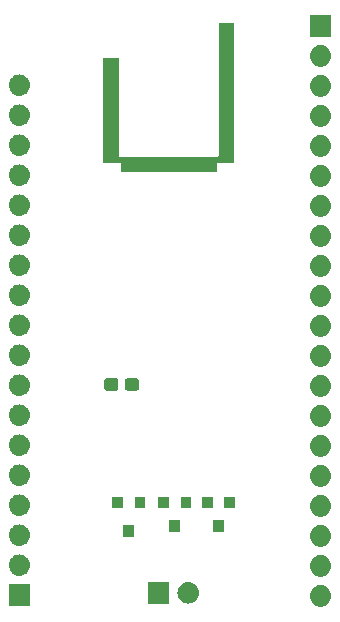
<source format=gbr>
G04 #@! TF.GenerationSoftware,KiCad,Pcbnew,(5.1.0)-1*
G04 #@! TF.CreationDate,2019-05-02T11:49:30+02:00*
G04 #@! TF.ProjectId,expansion,65787061-6e73-4696-9f6e-2e6b69636164,rev?*
G04 #@! TF.SameCoordinates,Original*
G04 #@! TF.FileFunction,Soldermask,Top*
G04 #@! TF.FilePolarity,Negative*
%FSLAX46Y46*%
G04 Gerber Fmt 4.6, Leading zero omitted, Abs format (unit mm)*
G04 Created by KiCad (PCBNEW (5.1.0)-1) date 2019-05-02 11:49:30*
%MOMM*%
%LPD*%
G04 APERTURE LIST*
%ADD10C,0.100000*%
G04 APERTURE END LIST*
D10*
G36*
X151860443Y-103115519D02*
G01*
X151926627Y-103122037D01*
X152096466Y-103173557D01*
X152252991Y-103257222D01*
X152288729Y-103286552D01*
X152390186Y-103369814D01*
X152473448Y-103471271D01*
X152502778Y-103507009D01*
X152586443Y-103663534D01*
X152637963Y-103833373D01*
X152655359Y-104010000D01*
X152637963Y-104186627D01*
X152586443Y-104356466D01*
X152502778Y-104512991D01*
X152473448Y-104548729D01*
X152390186Y-104650186D01*
X152288729Y-104733448D01*
X152252991Y-104762778D01*
X152096466Y-104846443D01*
X151926627Y-104897963D01*
X151860442Y-104904482D01*
X151794260Y-104911000D01*
X151705740Y-104911000D01*
X151639558Y-104904482D01*
X151573373Y-104897963D01*
X151403534Y-104846443D01*
X151247009Y-104762778D01*
X151211271Y-104733448D01*
X151109814Y-104650186D01*
X151026552Y-104548729D01*
X150997222Y-104512991D01*
X150913557Y-104356466D01*
X150862037Y-104186627D01*
X150844641Y-104010000D01*
X150862037Y-103833373D01*
X150913557Y-103663534D01*
X150997222Y-103507009D01*
X151026552Y-103471271D01*
X151109814Y-103369814D01*
X151211271Y-103286552D01*
X151247009Y-103257222D01*
X151403534Y-103173557D01*
X151573373Y-103122037D01*
X151639557Y-103115519D01*
X151705740Y-103109000D01*
X151794260Y-103109000D01*
X151860443Y-103115519D01*
X151860443Y-103115519D01*
G37*
G36*
X127151000Y-104841000D02*
G01*
X125349000Y-104841000D01*
X125349000Y-103039000D01*
X127151000Y-103039000D01*
X127151000Y-104841000D01*
X127151000Y-104841000D01*
G37*
G36*
X140650443Y-102855519D02*
G01*
X140716627Y-102862037D01*
X140886466Y-102913557D01*
X141042991Y-102997222D01*
X141078729Y-103026552D01*
X141180186Y-103109814D01*
X141263448Y-103211271D01*
X141292778Y-103247009D01*
X141376443Y-103403534D01*
X141427963Y-103573373D01*
X141445359Y-103750000D01*
X141427963Y-103926627D01*
X141376443Y-104096466D01*
X141292778Y-104252991D01*
X141263448Y-104288729D01*
X141180186Y-104390186D01*
X141078729Y-104473448D01*
X141042991Y-104502778D01*
X140886466Y-104586443D01*
X140716627Y-104637963D01*
X140650442Y-104644482D01*
X140584260Y-104651000D01*
X140495740Y-104651000D01*
X140429557Y-104644481D01*
X140363373Y-104637963D01*
X140193534Y-104586443D01*
X140037009Y-104502778D01*
X140001271Y-104473448D01*
X139899814Y-104390186D01*
X139816552Y-104288729D01*
X139787222Y-104252991D01*
X139703557Y-104096466D01*
X139652037Y-103926627D01*
X139634641Y-103750000D01*
X139652037Y-103573373D01*
X139703557Y-103403534D01*
X139787222Y-103247009D01*
X139816552Y-103211271D01*
X139899814Y-103109814D01*
X140001271Y-103026552D01*
X140037009Y-102997222D01*
X140193534Y-102913557D01*
X140363373Y-102862037D01*
X140429557Y-102855519D01*
X140495740Y-102849000D01*
X140584260Y-102849000D01*
X140650443Y-102855519D01*
X140650443Y-102855519D01*
G37*
G36*
X138901000Y-104651000D02*
G01*
X137099000Y-104651000D01*
X137099000Y-102849000D01*
X138901000Y-102849000D01*
X138901000Y-104651000D01*
X138901000Y-104651000D01*
G37*
G36*
X151860442Y-100575518D02*
G01*
X151926627Y-100582037D01*
X152096466Y-100633557D01*
X152252991Y-100717222D01*
X152288729Y-100746552D01*
X152390186Y-100829814D01*
X152445332Y-100897011D01*
X152502778Y-100967009D01*
X152586443Y-101123534D01*
X152637963Y-101293373D01*
X152655359Y-101470000D01*
X152637963Y-101646627D01*
X152586443Y-101816466D01*
X152502778Y-101972991D01*
X152473448Y-102008729D01*
X152390186Y-102110186D01*
X152288729Y-102193448D01*
X152252991Y-102222778D01*
X152096466Y-102306443D01*
X151926627Y-102357963D01*
X151860443Y-102364481D01*
X151794260Y-102371000D01*
X151705740Y-102371000D01*
X151639557Y-102364481D01*
X151573373Y-102357963D01*
X151403534Y-102306443D01*
X151247009Y-102222778D01*
X151211271Y-102193448D01*
X151109814Y-102110186D01*
X151026552Y-102008729D01*
X150997222Y-101972991D01*
X150913557Y-101816466D01*
X150862037Y-101646627D01*
X150844641Y-101470000D01*
X150862037Y-101293373D01*
X150913557Y-101123534D01*
X150997222Y-100967009D01*
X151054668Y-100897011D01*
X151109814Y-100829814D01*
X151211271Y-100746552D01*
X151247009Y-100717222D01*
X151403534Y-100633557D01*
X151573373Y-100582037D01*
X151639558Y-100575518D01*
X151705740Y-100569000D01*
X151794260Y-100569000D01*
X151860442Y-100575518D01*
X151860442Y-100575518D01*
G37*
G36*
X126360443Y-100505519D02*
G01*
X126426627Y-100512037D01*
X126596466Y-100563557D01*
X126752991Y-100647222D01*
X126788729Y-100676552D01*
X126890186Y-100759814D01*
X126947633Y-100829815D01*
X127002778Y-100897009D01*
X127086443Y-101053534D01*
X127137963Y-101223373D01*
X127155359Y-101400000D01*
X127137963Y-101576627D01*
X127086443Y-101746466D01*
X127002778Y-101902991D01*
X126973448Y-101938729D01*
X126890186Y-102040186D01*
X126804889Y-102110186D01*
X126752991Y-102152778D01*
X126596466Y-102236443D01*
X126426627Y-102287963D01*
X126360442Y-102294482D01*
X126294260Y-102301000D01*
X126205740Y-102301000D01*
X126139558Y-102294482D01*
X126073373Y-102287963D01*
X125903534Y-102236443D01*
X125747009Y-102152778D01*
X125695111Y-102110186D01*
X125609814Y-102040186D01*
X125526552Y-101938729D01*
X125497222Y-101902991D01*
X125413557Y-101746466D01*
X125362037Y-101576627D01*
X125344641Y-101400000D01*
X125362037Y-101223373D01*
X125413557Y-101053534D01*
X125497222Y-100897009D01*
X125552367Y-100829815D01*
X125609814Y-100759814D01*
X125711271Y-100676552D01*
X125747009Y-100647222D01*
X125903534Y-100563557D01*
X126073373Y-100512037D01*
X126139557Y-100505519D01*
X126205740Y-100499000D01*
X126294260Y-100499000D01*
X126360443Y-100505519D01*
X126360443Y-100505519D01*
G37*
G36*
X151860442Y-98035518D02*
G01*
X151926627Y-98042037D01*
X152096466Y-98093557D01*
X152252991Y-98177222D01*
X152288729Y-98206552D01*
X152390186Y-98289814D01*
X152445332Y-98357011D01*
X152502778Y-98427009D01*
X152586443Y-98583534D01*
X152637963Y-98753373D01*
X152655359Y-98930000D01*
X152637963Y-99106627D01*
X152586443Y-99276466D01*
X152502778Y-99432991D01*
X152473448Y-99468729D01*
X152390186Y-99570186D01*
X152288729Y-99653448D01*
X152252991Y-99682778D01*
X152096466Y-99766443D01*
X151926627Y-99817963D01*
X151860443Y-99824481D01*
X151794260Y-99831000D01*
X151705740Y-99831000D01*
X151639558Y-99824482D01*
X151573373Y-99817963D01*
X151403534Y-99766443D01*
X151247009Y-99682778D01*
X151211271Y-99653448D01*
X151109814Y-99570186D01*
X151026552Y-99468729D01*
X150997222Y-99432991D01*
X150913557Y-99276466D01*
X150862037Y-99106627D01*
X150844641Y-98930000D01*
X150862037Y-98753373D01*
X150913557Y-98583534D01*
X150997222Y-98427009D01*
X151054668Y-98357011D01*
X151109814Y-98289814D01*
X151211271Y-98206552D01*
X151247009Y-98177222D01*
X151403534Y-98093557D01*
X151573373Y-98042037D01*
X151639558Y-98035518D01*
X151705740Y-98029000D01*
X151794260Y-98029000D01*
X151860442Y-98035518D01*
X151860442Y-98035518D01*
G37*
G36*
X126360443Y-97965519D02*
G01*
X126426627Y-97972037D01*
X126596466Y-98023557D01*
X126752991Y-98107222D01*
X126788729Y-98136552D01*
X126890186Y-98219814D01*
X126947633Y-98289815D01*
X127002778Y-98357009D01*
X127086443Y-98513534D01*
X127137963Y-98683373D01*
X127155359Y-98860000D01*
X127137963Y-99036627D01*
X127086443Y-99206466D01*
X127002778Y-99362991D01*
X126973448Y-99398729D01*
X126890186Y-99500186D01*
X126804889Y-99570186D01*
X126752991Y-99612778D01*
X126596466Y-99696443D01*
X126426627Y-99747963D01*
X126360443Y-99754481D01*
X126294260Y-99761000D01*
X126205740Y-99761000D01*
X126139558Y-99754482D01*
X126073373Y-99747963D01*
X125903534Y-99696443D01*
X125747009Y-99612778D01*
X125695111Y-99570186D01*
X125609814Y-99500186D01*
X125526552Y-99398729D01*
X125497222Y-99362991D01*
X125413557Y-99206466D01*
X125362037Y-99036627D01*
X125344641Y-98860000D01*
X125362037Y-98683373D01*
X125413557Y-98513534D01*
X125497222Y-98357009D01*
X125552367Y-98289815D01*
X125609814Y-98219814D01*
X125711271Y-98136552D01*
X125747009Y-98107222D01*
X125903534Y-98023557D01*
X126073373Y-97972037D01*
X126139557Y-97965519D01*
X126205740Y-97959000D01*
X126294260Y-97959000D01*
X126360443Y-97965519D01*
X126360443Y-97965519D01*
G37*
G36*
X135951000Y-99001000D02*
G01*
X135049000Y-99001000D01*
X135049000Y-97999000D01*
X135951000Y-97999000D01*
X135951000Y-99001000D01*
X135951000Y-99001000D01*
G37*
G36*
X139851000Y-98601000D02*
G01*
X138949000Y-98601000D01*
X138949000Y-97599000D01*
X139851000Y-97599000D01*
X139851000Y-98601000D01*
X139851000Y-98601000D01*
G37*
G36*
X143551000Y-98601000D02*
G01*
X142649000Y-98601000D01*
X142649000Y-97599000D01*
X143551000Y-97599000D01*
X143551000Y-98601000D01*
X143551000Y-98601000D01*
G37*
G36*
X151860443Y-95495519D02*
G01*
X151926627Y-95502037D01*
X152096466Y-95553557D01*
X152252991Y-95637222D01*
X152288729Y-95666552D01*
X152390186Y-95749814D01*
X152445332Y-95817011D01*
X152502778Y-95887009D01*
X152586443Y-96043534D01*
X152637963Y-96213373D01*
X152655359Y-96390000D01*
X152637963Y-96566627D01*
X152586443Y-96736466D01*
X152502778Y-96892991D01*
X152473448Y-96928729D01*
X152390186Y-97030186D01*
X152288729Y-97113448D01*
X152252991Y-97142778D01*
X152096466Y-97226443D01*
X151926627Y-97277963D01*
X151860443Y-97284481D01*
X151794260Y-97291000D01*
X151705740Y-97291000D01*
X151639558Y-97284482D01*
X151573373Y-97277963D01*
X151403534Y-97226443D01*
X151247009Y-97142778D01*
X151211271Y-97113448D01*
X151109814Y-97030186D01*
X151026552Y-96928729D01*
X150997222Y-96892991D01*
X150913557Y-96736466D01*
X150862037Y-96566627D01*
X150844641Y-96390000D01*
X150862037Y-96213373D01*
X150913557Y-96043534D01*
X150997222Y-95887009D01*
X151054668Y-95817011D01*
X151109814Y-95749814D01*
X151211271Y-95666552D01*
X151247009Y-95637222D01*
X151403534Y-95553557D01*
X151573373Y-95502037D01*
X151639558Y-95495518D01*
X151705740Y-95489000D01*
X151794260Y-95489000D01*
X151860443Y-95495519D01*
X151860443Y-95495519D01*
G37*
G36*
X126360442Y-95425518D02*
G01*
X126426627Y-95432037D01*
X126596466Y-95483557D01*
X126752991Y-95567222D01*
X126788729Y-95596552D01*
X126890186Y-95679814D01*
X126947633Y-95749815D01*
X127002778Y-95817009D01*
X127086443Y-95973534D01*
X127137963Y-96143373D01*
X127155359Y-96320000D01*
X127137963Y-96496627D01*
X127086443Y-96666466D01*
X127002778Y-96822991D01*
X126973448Y-96858729D01*
X126890186Y-96960186D01*
X126804889Y-97030186D01*
X126752991Y-97072778D01*
X126596466Y-97156443D01*
X126426627Y-97207963D01*
X126360443Y-97214481D01*
X126294260Y-97221000D01*
X126205740Y-97221000D01*
X126139557Y-97214481D01*
X126073373Y-97207963D01*
X125903534Y-97156443D01*
X125747009Y-97072778D01*
X125695111Y-97030186D01*
X125609814Y-96960186D01*
X125526552Y-96858729D01*
X125497222Y-96822991D01*
X125413557Y-96666466D01*
X125362037Y-96496627D01*
X125344641Y-96320000D01*
X125362037Y-96143373D01*
X125413557Y-95973534D01*
X125497222Y-95817009D01*
X125552367Y-95749815D01*
X125609814Y-95679814D01*
X125711271Y-95596552D01*
X125747009Y-95567222D01*
X125903534Y-95483557D01*
X126073373Y-95432037D01*
X126139558Y-95425518D01*
X126205740Y-95419000D01*
X126294260Y-95419000D01*
X126360442Y-95425518D01*
X126360442Y-95425518D01*
G37*
G36*
X135001000Y-96601000D02*
G01*
X134099000Y-96601000D01*
X134099000Y-95599000D01*
X135001000Y-95599000D01*
X135001000Y-96601000D01*
X135001000Y-96601000D01*
G37*
G36*
X136901000Y-96601000D02*
G01*
X135999000Y-96601000D01*
X135999000Y-95599000D01*
X136901000Y-95599000D01*
X136901000Y-96601000D01*
X136901000Y-96601000D01*
G37*
G36*
X138901000Y-96601000D02*
G01*
X137999000Y-96601000D01*
X137999000Y-95599000D01*
X138901000Y-95599000D01*
X138901000Y-96601000D01*
X138901000Y-96601000D01*
G37*
G36*
X140801000Y-96601000D02*
G01*
X139899000Y-96601000D01*
X139899000Y-95599000D01*
X140801000Y-95599000D01*
X140801000Y-96601000D01*
X140801000Y-96601000D01*
G37*
G36*
X142601000Y-96601000D02*
G01*
X141699000Y-96601000D01*
X141699000Y-95599000D01*
X142601000Y-95599000D01*
X142601000Y-96601000D01*
X142601000Y-96601000D01*
G37*
G36*
X144501000Y-96601000D02*
G01*
X143599000Y-96601000D01*
X143599000Y-95599000D01*
X144501000Y-95599000D01*
X144501000Y-96601000D01*
X144501000Y-96601000D01*
G37*
G36*
X151860442Y-92955518D02*
G01*
X151926627Y-92962037D01*
X152096466Y-93013557D01*
X152252991Y-93097222D01*
X152288729Y-93126552D01*
X152390186Y-93209814D01*
X152445332Y-93277011D01*
X152502778Y-93347009D01*
X152586443Y-93503534D01*
X152637963Y-93673373D01*
X152655359Y-93850000D01*
X152637963Y-94026627D01*
X152586443Y-94196466D01*
X152502778Y-94352991D01*
X152473448Y-94388729D01*
X152390186Y-94490186D01*
X152288729Y-94573448D01*
X152252991Y-94602778D01*
X152096466Y-94686443D01*
X151926627Y-94737963D01*
X151860442Y-94744482D01*
X151794260Y-94751000D01*
X151705740Y-94751000D01*
X151639557Y-94744481D01*
X151573373Y-94737963D01*
X151403534Y-94686443D01*
X151247009Y-94602778D01*
X151211271Y-94573448D01*
X151109814Y-94490186D01*
X151026552Y-94388729D01*
X150997222Y-94352991D01*
X150913557Y-94196466D01*
X150862037Y-94026627D01*
X150844641Y-93850000D01*
X150862037Y-93673373D01*
X150913557Y-93503534D01*
X150997222Y-93347009D01*
X151054668Y-93277011D01*
X151109814Y-93209814D01*
X151211271Y-93126552D01*
X151247009Y-93097222D01*
X151403534Y-93013557D01*
X151573373Y-92962037D01*
X151639558Y-92955518D01*
X151705740Y-92949000D01*
X151794260Y-92949000D01*
X151860442Y-92955518D01*
X151860442Y-92955518D01*
G37*
G36*
X126360443Y-92885519D02*
G01*
X126426627Y-92892037D01*
X126596466Y-92943557D01*
X126752991Y-93027222D01*
X126788729Y-93056552D01*
X126890186Y-93139814D01*
X126947633Y-93209815D01*
X127002778Y-93277009D01*
X127086443Y-93433534D01*
X127137963Y-93603373D01*
X127155359Y-93780000D01*
X127137963Y-93956627D01*
X127086443Y-94126466D01*
X127002778Y-94282991D01*
X126973448Y-94318729D01*
X126890186Y-94420186D01*
X126804889Y-94490186D01*
X126752991Y-94532778D01*
X126596466Y-94616443D01*
X126426627Y-94667963D01*
X126360443Y-94674481D01*
X126294260Y-94681000D01*
X126205740Y-94681000D01*
X126139557Y-94674481D01*
X126073373Y-94667963D01*
X125903534Y-94616443D01*
X125747009Y-94532778D01*
X125695111Y-94490186D01*
X125609814Y-94420186D01*
X125526552Y-94318729D01*
X125497222Y-94282991D01*
X125413557Y-94126466D01*
X125362037Y-93956627D01*
X125344641Y-93780000D01*
X125362037Y-93603373D01*
X125413557Y-93433534D01*
X125497222Y-93277009D01*
X125552367Y-93209815D01*
X125609814Y-93139814D01*
X125711271Y-93056552D01*
X125747009Y-93027222D01*
X125903534Y-92943557D01*
X126073373Y-92892037D01*
X126139557Y-92885519D01*
X126205740Y-92879000D01*
X126294260Y-92879000D01*
X126360443Y-92885519D01*
X126360443Y-92885519D01*
G37*
G36*
X151860442Y-90415518D02*
G01*
X151926627Y-90422037D01*
X152096466Y-90473557D01*
X152252991Y-90557222D01*
X152288729Y-90586552D01*
X152390186Y-90669814D01*
X152445332Y-90737011D01*
X152502778Y-90807009D01*
X152586443Y-90963534D01*
X152637963Y-91133373D01*
X152655359Y-91310000D01*
X152637963Y-91486627D01*
X152586443Y-91656466D01*
X152502778Y-91812991D01*
X152473448Y-91848729D01*
X152390186Y-91950186D01*
X152288729Y-92033448D01*
X152252991Y-92062778D01*
X152096466Y-92146443D01*
X151926627Y-92197963D01*
X151860443Y-92204481D01*
X151794260Y-92211000D01*
X151705740Y-92211000D01*
X151639558Y-92204482D01*
X151573373Y-92197963D01*
X151403534Y-92146443D01*
X151247009Y-92062778D01*
X151211271Y-92033448D01*
X151109814Y-91950186D01*
X151026552Y-91848729D01*
X150997222Y-91812991D01*
X150913557Y-91656466D01*
X150862037Y-91486627D01*
X150844641Y-91310000D01*
X150862037Y-91133373D01*
X150913557Y-90963534D01*
X150997222Y-90807009D01*
X151054668Y-90737011D01*
X151109814Y-90669814D01*
X151211271Y-90586552D01*
X151247009Y-90557222D01*
X151403534Y-90473557D01*
X151573373Y-90422037D01*
X151639558Y-90415518D01*
X151705740Y-90409000D01*
X151794260Y-90409000D01*
X151860442Y-90415518D01*
X151860442Y-90415518D01*
G37*
G36*
X126360443Y-90345519D02*
G01*
X126426627Y-90352037D01*
X126596466Y-90403557D01*
X126752991Y-90487222D01*
X126788729Y-90516552D01*
X126890186Y-90599814D01*
X126947633Y-90669815D01*
X127002778Y-90737009D01*
X127086443Y-90893534D01*
X127137963Y-91063373D01*
X127155359Y-91240000D01*
X127137963Y-91416627D01*
X127086443Y-91586466D01*
X127002778Y-91742991D01*
X126973448Y-91778729D01*
X126890186Y-91880186D01*
X126804889Y-91950186D01*
X126752991Y-91992778D01*
X126596466Y-92076443D01*
X126426627Y-92127963D01*
X126360442Y-92134482D01*
X126294260Y-92141000D01*
X126205740Y-92141000D01*
X126139558Y-92134482D01*
X126073373Y-92127963D01*
X125903534Y-92076443D01*
X125747009Y-91992778D01*
X125695111Y-91950186D01*
X125609814Y-91880186D01*
X125526552Y-91778729D01*
X125497222Y-91742991D01*
X125413557Y-91586466D01*
X125362037Y-91416627D01*
X125344641Y-91240000D01*
X125362037Y-91063373D01*
X125413557Y-90893534D01*
X125497222Y-90737009D01*
X125552367Y-90669815D01*
X125609814Y-90599814D01*
X125711271Y-90516552D01*
X125747009Y-90487222D01*
X125903534Y-90403557D01*
X126073373Y-90352037D01*
X126139557Y-90345519D01*
X126205740Y-90339000D01*
X126294260Y-90339000D01*
X126360443Y-90345519D01*
X126360443Y-90345519D01*
G37*
G36*
X151860442Y-87875518D02*
G01*
X151926627Y-87882037D01*
X152096466Y-87933557D01*
X152252991Y-88017222D01*
X152288729Y-88046552D01*
X152390186Y-88129814D01*
X152445332Y-88197011D01*
X152502778Y-88267009D01*
X152586443Y-88423534D01*
X152637963Y-88593373D01*
X152655359Y-88770000D01*
X152637963Y-88946627D01*
X152586443Y-89116466D01*
X152502778Y-89272991D01*
X152473448Y-89308729D01*
X152390186Y-89410186D01*
X152288729Y-89493448D01*
X152252991Y-89522778D01*
X152096466Y-89606443D01*
X151926627Y-89657963D01*
X151860442Y-89664482D01*
X151794260Y-89671000D01*
X151705740Y-89671000D01*
X151639558Y-89664482D01*
X151573373Y-89657963D01*
X151403534Y-89606443D01*
X151247009Y-89522778D01*
X151211271Y-89493448D01*
X151109814Y-89410186D01*
X151026552Y-89308729D01*
X150997222Y-89272991D01*
X150913557Y-89116466D01*
X150862037Y-88946627D01*
X150844641Y-88770000D01*
X150862037Y-88593373D01*
X150913557Y-88423534D01*
X150997222Y-88267009D01*
X151054668Y-88197011D01*
X151109814Y-88129814D01*
X151211271Y-88046552D01*
X151247009Y-88017222D01*
X151403534Y-87933557D01*
X151573373Y-87882037D01*
X151639558Y-87875518D01*
X151705740Y-87869000D01*
X151794260Y-87869000D01*
X151860442Y-87875518D01*
X151860442Y-87875518D01*
G37*
G36*
X126360443Y-87805519D02*
G01*
X126426627Y-87812037D01*
X126596466Y-87863557D01*
X126752991Y-87947222D01*
X126788729Y-87976552D01*
X126890186Y-88059814D01*
X126947633Y-88129815D01*
X127002778Y-88197009D01*
X127086443Y-88353534D01*
X127137963Y-88523373D01*
X127155359Y-88700000D01*
X127137963Y-88876627D01*
X127086443Y-89046466D01*
X127002778Y-89202991D01*
X126973448Y-89238729D01*
X126890186Y-89340186D01*
X126804889Y-89410186D01*
X126752991Y-89452778D01*
X126596466Y-89536443D01*
X126426627Y-89587963D01*
X126360443Y-89594481D01*
X126294260Y-89601000D01*
X126205740Y-89601000D01*
X126139557Y-89594481D01*
X126073373Y-89587963D01*
X125903534Y-89536443D01*
X125747009Y-89452778D01*
X125695111Y-89410186D01*
X125609814Y-89340186D01*
X125526552Y-89238729D01*
X125497222Y-89202991D01*
X125413557Y-89046466D01*
X125362037Y-88876627D01*
X125344641Y-88700000D01*
X125362037Y-88523373D01*
X125413557Y-88353534D01*
X125497222Y-88197009D01*
X125552367Y-88129815D01*
X125609814Y-88059814D01*
X125711271Y-87976552D01*
X125747009Y-87947222D01*
X125903534Y-87863557D01*
X126073373Y-87812037D01*
X126139557Y-87805519D01*
X126205740Y-87799000D01*
X126294260Y-87799000D01*
X126360443Y-87805519D01*
X126360443Y-87805519D01*
G37*
G36*
X151860443Y-85335519D02*
G01*
X151926627Y-85342037D01*
X152096466Y-85393557D01*
X152252991Y-85477222D01*
X152288729Y-85506552D01*
X152390186Y-85589814D01*
X152445332Y-85657011D01*
X152502778Y-85727009D01*
X152586443Y-85883534D01*
X152637963Y-86053373D01*
X152655359Y-86230000D01*
X152637963Y-86406627D01*
X152586443Y-86576466D01*
X152502778Y-86732991D01*
X152473448Y-86768729D01*
X152390186Y-86870186D01*
X152288729Y-86953448D01*
X152252991Y-86982778D01*
X152096466Y-87066443D01*
X151926627Y-87117963D01*
X151860443Y-87124481D01*
X151794260Y-87131000D01*
X151705740Y-87131000D01*
X151639557Y-87124481D01*
X151573373Y-87117963D01*
X151403534Y-87066443D01*
X151247009Y-86982778D01*
X151211271Y-86953448D01*
X151109814Y-86870186D01*
X151026552Y-86768729D01*
X150997222Y-86732991D01*
X150913557Y-86576466D01*
X150862037Y-86406627D01*
X150844641Y-86230000D01*
X150862037Y-86053373D01*
X150913557Y-85883534D01*
X150997222Y-85727009D01*
X151054668Y-85657011D01*
X151109814Y-85589814D01*
X151211271Y-85506552D01*
X151247009Y-85477222D01*
X151403534Y-85393557D01*
X151573373Y-85342037D01*
X151639557Y-85335519D01*
X151705740Y-85329000D01*
X151794260Y-85329000D01*
X151860443Y-85335519D01*
X151860443Y-85335519D01*
G37*
G36*
X126360442Y-85265518D02*
G01*
X126426627Y-85272037D01*
X126596466Y-85323557D01*
X126752991Y-85407222D01*
X126788729Y-85436552D01*
X126890186Y-85519814D01*
X126951084Y-85594020D01*
X127002778Y-85657009D01*
X127002779Y-85657011D01*
X127071561Y-85785691D01*
X127086443Y-85813534D01*
X127137963Y-85983373D01*
X127155359Y-86160000D01*
X127137963Y-86336627D01*
X127087799Y-86501995D01*
X127086442Y-86506468D01*
X127054168Y-86566847D01*
X127002778Y-86662991D01*
X126973448Y-86698729D01*
X126890186Y-86800186D01*
X126804889Y-86870186D01*
X126752991Y-86912778D01*
X126596466Y-86996443D01*
X126426627Y-87047963D01*
X126360443Y-87054481D01*
X126294260Y-87061000D01*
X126205740Y-87061000D01*
X126139557Y-87054481D01*
X126073373Y-87047963D01*
X125903534Y-86996443D01*
X125747009Y-86912778D01*
X125695111Y-86870186D01*
X125609814Y-86800186D01*
X125526552Y-86698729D01*
X125497222Y-86662991D01*
X125445832Y-86566847D01*
X125413558Y-86506468D01*
X125412201Y-86501995D01*
X125362037Y-86336627D01*
X125344641Y-86160000D01*
X125362037Y-85983373D01*
X125413557Y-85813534D01*
X125428440Y-85785691D01*
X125497221Y-85657011D01*
X125497222Y-85657009D01*
X125548916Y-85594020D01*
X125609814Y-85519814D01*
X125711271Y-85436552D01*
X125747009Y-85407222D01*
X125903534Y-85323557D01*
X126073373Y-85272037D01*
X126139558Y-85265518D01*
X126205740Y-85259000D01*
X126294260Y-85259000D01*
X126360442Y-85265518D01*
X126360442Y-85265518D01*
G37*
G36*
X134439499Y-85578445D02*
G01*
X134476995Y-85589820D01*
X134511554Y-85608292D01*
X134541847Y-85633153D01*
X134566708Y-85663446D01*
X134585180Y-85698005D01*
X134596555Y-85735501D01*
X134601000Y-85780638D01*
X134601000Y-86419362D01*
X134596555Y-86464499D01*
X134585180Y-86501995D01*
X134566708Y-86536554D01*
X134541847Y-86566847D01*
X134511554Y-86591708D01*
X134476995Y-86610180D01*
X134439499Y-86621555D01*
X134394362Y-86626000D01*
X133655638Y-86626000D01*
X133610501Y-86621555D01*
X133573005Y-86610180D01*
X133538446Y-86591708D01*
X133508153Y-86566847D01*
X133483292Y-86536554D01*
X133464820Y-86501995D01*
X133453445Y-86464499D01*
X133449000Y-86419362D01*
X133449000Y-85780638D01*
X133453445Y-85735501D01*
X133464820Y-85698005D01*
X133483292Y-85663446D01*
X133508153Y-85633153D01*
X133538446Y-85608292D01*
X133573005Y-85589820D01*
X133610501Y-85578445D01*
X133655638Y-85574000D01*
X134394362Y-85574000D01*
X134439499Y-85578445D01*
X134439499Y-85578445D01*
G37*
G36*
X136189499Y-85578445D02*
G01*
X136226995Y-85589820D01*
X136261554Y-85608292D01*
X136291847Y-85633153D01*
X136316708Y-85663446D01*
X136335180Y-85698005D01*
X136346555Y-85735501D01*
X136351000Y-85780638D01*
X136351000Y-86419362D01*
X136346555Y-86464499D01*
X136335180Y-86501995D01*
X136316708Y-86536554D01*
X136291847Y-86566847D01*
X136261554Y-86591708D01*
X136226995Y-86610180D01*
X136189499Y-86621555D01*
X136144362Y-86626000D01*
X135405638Y-86626000D01*
X135360501Y-86621555D01*
X135323005Y-86610180D01*
X135288446Y-86591708D01*
X135258153Y-86566847D01*
X135233292Y-86536554D01*
X135214820Y-86501995D01*
X135203445Y-86464499D01*
X135199000Y-86419362D01*
X135199000Y-85780638D01*
X135203445Y-85735501D01*
X135214820Y-85698005D01*
X135233292Y-85663446D01*
X135258153Y-85633153D01*
X135288446Y-85608292D01*
X135323005Y-85589820D01*
X135360501Y-85578445D01*
X135405638Y-85574000D01*
X136144362Y-85574000D01*
X136189499Y-85578445D01*
X136189499Y-85578445D01*
G37*
G36*
X151860442Y-82795518D02*
G01*
X151926627Y-82802037D01*
X152096466Y-82853557D01*
X152252991Y-82937222D01*
X152288729Y-82966552D01*
X152390186Y-83049814D01*
X152445332Y-83117011D01*
X152502778Y-83187009D01*
X152586443Y-83343534D01*
X152637963Y-83513373D01*
X152655359Y-83690000D01*
X152637963Y-83866627D01*
X152586443Y-84036466D01*
X152502778Y-84192991D01*
X152473448Y-84228729D01*
X152390186Y-84330186D01*
X152288729Y-84413448D01*
X152252991Y-84442778D01*
X152096466Y-84526443D01*
X151926627Y-84577963D01*
X151860443Y-84584481D01*
X151794260Y-84591000D01*
X151705740Y-84591000D01*
X151639557Y-84584481D01*
X151573373Y-84577963D01*
X151403534Y-84526443D01*
X151247009Y-84442778D01*
X151211271Y-84413448D01*
X151109814Y-84330186D01*
X151026552Y-84228729D01*
X150997222Y-84192991D01*
X150913557Y-84036466D01*
X150862037Y-83866627D01*
X150844641Y-83690000D01*
X150862037Y-83513373D01*
X150913557Y-83343534D01*
X150997222Y-83187009D01*
X151054668Y-83117011D01*
X151109814Y-83049814D01*
X151211271Y-82966552D01*
X151247009Y-82937222D01*
X151403534Y-82853557D01*
X151573373Y-82802037D01*
X151639558Y-82795518D01*
X151705740Y-82789000D01*
X151794260Y-82789000D01*
X151860442Y-82795518D01*
X151860442Y-82795518D01*
G37*
G36*
X126360443Y-82725519D02*
G01*
X126426627Y-82732037D01*
X126596466Y-82783557D01*
X126752991Y-82867222D01*
X126788729Y-82896552D01*
X126890186Y-82979814D01*
X126947633Y-83049815D01*
X127002778Y-83117009D01*
X127086443Y-83273534D01*
X127137963Y-83443373D01*
X127155359Y-83620000D01*
X127137963Y-83796627D01*
X127086443Y-83966466D01*
X127002778Y-84122991D01*
X126973448Y-84158729D01*
X126890186Y-84260186D01*
X126804889Y-84330186D01*
X126752991Y-84372778D01*
X126596466Y-84456443D01*
X126426627Y-84507963D01*
X126360443Y-84514481D01*
X126294260Y-84521000D01*
X126205740Y-84521000D01*
X126139557Y-84514481D01*
X126073373Y-84507963D01*
X125903534Y-84456443D01*
X125747009Y-84372778D01*
X125695111Y-84330186D01*
X125609814Y-84260186D01*
X125526552Y-84158729D01*
X125497222Y-84122991D01*
X125413557Y-83966466D01*
X125362037Y-83796627D01*
X125344641Y-83620000D01*
X125362037Y-83443373D01*
X125413557Y-83273534D01*
X125497222Y-83117009D01*
X125552367Y-83049815D01*
X125609814Y-82979814D01*
X125711271Y-82896552D01*
X125747009Y-82867222D01*
X125903534Y-82783557D01*
X126073373Y-82732037D01*
X126139557Y-82725519D01*
X126205740Y-82719000D01*
X126294260Y-82719000D01*
X126360443Y-82725519D01*
X126360443Y-82725519D01*
G37*
G36*
X151860443Y-80255519D02*
G01*
X151926627Y-80262037D01*
X152096466Y-80313557D01*
X152252991Y-80397222D01*
X152288729Y-80426552D01*
X152390186Y-80509814D01*
X152445332Y-80577011D01*
X152502778Y-80647009D01*
X152586443Y-80803534D01*
X152637963Y-80973373D01*
X152655359Y-81150000D01*
X152637963Y-81326627D01*
X152586443Y-81496466D01*
X152502778Y-81652991D01*
X152473448Y-81688729D01*
X152390186Y-81790186D01*
X152288729Y-81873448D01*
X152252991Y-81902778D01*
X152096466Y-81986443D01*
X151926627Y-82037963D01*
X151860442Y-82044482D01*
X151794260Y-82051000D01*
X151705740Y-82051000D01*
X151639558Y-82044482D01*
X151573373Y-82037963D01*
X151403534Y-81986443D01*
X151247009Y-81902778D01*
X151211271Y-81873448D01*
X151109814Y-81790186D01*
X151026552Y-81688729D01*
X150997222Y-81652991D01*
X150913557Y-81496466D01*
X150862037Y-81326627D01*
X150844641Y-81150000D01*
X150862037Y-80973373D01*
X150913557Y-80803534D01*
X150997222Y-80647009D01*
X151054668Y-80577011D01*
X151109814Y-80509814D01*
X151211271Y-80426552D01*
X151247009Y-80397222D01*
X151403534Y-80313557D01*
X151573373Y-80262037D01*
X151639557Y-80255519D01*
X151705740Y-80249000D01*
X151794260Y-80249000D01*
X151860443Y-80255519D01*
X151860443Y-80255519D01*
G37*
G36*
X126360443Y-80185519D02*
G01*
X126426627Y-80192037D01*
X126596466Y-80243557D01*
X126752991Y-80327222D01*
X126788729Y-80356552D01*
X126890186Y-80439814D01*
X126947633Y-80509815D01*
X127002778Y-80577009D01*
X127086443Y-80733534D01*
X127137963Y-80903373D01*
X127155359Y-81080000D01*
X127137963Y-81256627D01*
X127086443Y-81426466D01*
X127002778Y-81582991D01*
X126973448Y-81618729D01*
X126890186Y-81720186D01*
X126804889Y-81790186D01*
X126752991Y-81832778D01*
X126596466Y-81916443D01*
X126426627Y-81967963D01*
X126360442Y-81974482D01*
X126294260Y-81981000D01*
X126205740Y-81981000D01*
X126139558Y-81974482D01*
X126073373Y-81967963D01*
X125903534Y-81916443D01*
X125747009Y-81832778D01*
X125695111Y-81790186D01*
X125609814Y-81720186D01*
X125526552Y-81618729D01*
X125497222Y-81582991D01*
X125413557Y-81426466D01*
X125362037Y-81256627D01*
X125344641Y-81080000D01*
X125362037Y-80903373D01*
X125413557Y-80733534D01*
X125497222Y-80577009D01*
X125552367Y-80509815D01*
X125609814Y-80439814D01*
X125711271Y-80356552D01*
X125747009Y-80327222D01*
X125903534Y-80243557D01*
X126073373Y-80192037D01*
X126139557Y-80185519D01*
X126205740Y-80179000D01*
X126294260Y-80179000D01*
X126360443Y-80185519D01*
X126360443Y-80185519D01*
G37*
G36*
X151860442Y-77715518D02*
G01*
X151926627Y-77722037D01*
X152096466Y-77773557D01*
X152252991Y-77857222D01*
X152288729Y-77886552D01*
X152390186Y-77969814D01*
X152445332Y-78037011D01*
X152502778Y-78107009D01*
X152586443Y-78263534D01*
X152637963Y-78433373D01*
X152655359Y-78610000D01*
X152637963Y-78786627D01*
X152586443Y-78956466D01*
X152502778Y-79112991D01*
X152473448Y-79148729D01*
X152390186Y-79250186D01*
X152288729Y-79333448D01*
X152252991Y-79362778D01*
X152096466Y-79446443D01*
X151926627Y-79497963D01*
X151860442Y-79504482D01*
X151794260Y-79511000D01*
X151705740Y-79511000D01*
X151639558Y-79504482D01*
X151573373Y-79497963D01*
X151403534Y-79446443D01*
X151247009Y-79362778D01*
X151211271Y-79333448D01*
X151109814Y-79250186D01*
X151026552Y-79148729D01*
X150997222Y-79112991D01*
X150913557Y-78956466D01*
X150862037Y-78786627D01*
X150844641Y-78610000D01*
X150862037Y-78433373D01*
X150913557Y-78263534D01*
X150997222Y-78107009D01*
X151054668Y-78037011D01*
X151109814Y-77969814D01*
X151211271Y-77886552D01*
X151247009Y-77857222D01*
X151403534Y-77773557D01*
X151573373Y-77722037D01*
X151639558Y-77715518D01*
X151705740Y-77709000D01*
X151794260Y-77709000D01*
X151860442Y-77715518D01*
X151860442Y-77715518D01*
G37*
G36*
X126360442Y-77645518D02*
G01*
X126426627Y-77652037D01*
X126596466Y-77703557D01*
X126752991Y-77787222D01*
X126788729Y-77816552D01*
X126890186Y-77899814D01*
X126947633Y-77969815D01*
X127002778Y-78037009D01*
X127086443Y-78193534D01*
X127137963Y-78363373D01*
X127155359Y-78540000D01*
X127137963Y-78716627D01*
X127086443Y-78886466D01*
X127002778Y-79042991D01*
X126973448Y-79078729D01*
X126890186Y-79180186D01*
X126804889Y-79250186D01*
X126752991Y-79292778D01*
X126596466Y-79376443D01*
X126426627Y-79427963D01*
X126360443Y-79434481D01*
X126294260Y-79441000D01*
X126205740Y-79441000D01*
X126139557Y-79434481D01*
X126073373Y-79427963D01*
X125903534Y-79376443D01*
X125747009Y-79292778D01*
X125695111Y-79250186D01*
X125609814Y-79180186D01*
X125526552Y-79078729D01*
X125497222Y-79042991D01*
X125413557Y-78886466D01*
X125362037Y-78716627D01*
X125344641Y-78540000D01*
X125362037Y-78363373D01*
X125413557Y-78193534D01*
X125497222Y-78037009D01*
X125552367Y-77969815D01*
X125609814Y-77899814D01*
X125711271Y-77816552D01*
X125747009Y-77787222D01*
X125903534Y-77703557D01*
X126073373Y-77652037D01*
X126139558Y-77645518D01*
X126205740Y-77639000D01*
X126294260Y-77639000D01*
X126360442Y-77645518D01*
X126360442Y-77645518D01*
G37*
G36*
X151860442Y-75175518D02*
G01*
X151926627Y-75182037D01*
X152096466Y-75233557D01*
X152252991Y-75317222D01*
X152288729Y-75346552D01*
X152390186Y-75429814D01*
X152445332Y-75497011D01*
X152502778Y-75567009D01*
X152586443Y-75723534D01*
X152637963Y-75893373D01*
X152655359Y-76070000D01*
X152637963Y-76246627D01*
X152586443Y-76416466D01*
X152502778Y-76572991D01*
X152473448Y-76608729D01*
X152390186Y-76710186D01*
X152288729Y-76793448D01*
X152252991Y-76822778D01*
X152096466Y-76906443D01*
X151926627Y-76957963D01*
X151860443Y-76964481D01*
X151794260Y-76971000D01*
X151705740Y-76971000D01*
X151639557Y-76964481D01*
X151573373Y-76957963D01*
X151403534Y-76906443D01*
X151247009Y-76822778D01*
X151211271Y-76793448D01*
X151109814Y-76710186D01*
X151026552Y-76608729D01*
X150997222Y-76572991D01*
X150913557Y-76416466D01*
X150862037Y-76246627D01*
X150844641Y-76070000D01*
X150862037Y-75893373D01*
X150913557Y-75723534D01*
X150997222Y-75567009D01*
X151054668Y-75497011D01*
X151109814Y-75429814D01*
X151211271Y-75346552D01*
X151247009Y-75317222D01*
X151403534Y-75233557D01*
X151573373Y-75182037D01*
X151639558Y-75175518D01*
X151705740Y-75169000D01*
X151794260Y-75169000D01*
X151860442Y-75175518D01*
X151860442Y-75175518D01*
G37*
G36*
X126360442Y-75105518D02*
G01*
X126426627Y-75112037D01*
X126596466Y-75163557D01*
X126752991Y-75247222D01*
X126788729Y-75276552D01*
X126890186Y-75359814D01*
X126947633Y-75429815D01*
X127002778Y-75497009D01*
X127086443Y-75653534D01*
X127137963Y-75823373D01*
X127155359Y-76000000D01*
X127137963Y-76176627D01*
X127086443Y-76346466D01*
X127002778Y-76502991D01*
X126973448Y-76538729D01*
X126890186Y-76640186D01*
X126804889Y-76710186D01*
X126752991Y-76752778D01*
X126596466Y-76836443D01*
X126426627Y-76887963D01*
X126360442Y-76894482D01*
X126294260Y-76901000D01*
X126205740Y-76901000D01*
X126139558Y-76894482D01*
X126073373Y-76887963D01*
X125903534Y-76836443D01*
X125747009Y-76752778D01*
X125695111Y-76710186D01*
X125609814Y-76640186D01*
X125526552Y-76538729D01*
X125497222Y-76502991D01*
X125413557Y-76346466D01*
X125362037Y-76176627D01*
X125344641Y-76000000D01*
X125362037Y-75823373D01*
X125413557Y-75653534D01*
X125497222Y-75497009D01*
X125552367Y-75429815D01*
X125609814Y-75359814D01*
X125711271Y-75276552D01*
X125747009Y-75247222D01*
X125903534Y-75163557D01*
X126073373Y-75112037D01*
X126139558Y-75105518D01*
X126205740Y-75099000D01*
X126294260Y-75099000D01*
X126360442Y-75105518D01*
X126360442Y-75105518D01*
G37*
G36*
X151860443Y-72635519D02*
G01*
X151926627Y-72642037D01*
X152096466Y-72693557D01*
X152252991Y-72777222D01*
X152288729Y-72806552D01*
X152390186Y-72889814D01*
X152445332Y-72957011D01*
X152502778Y-73027009D01*
X152586443Y-73183534D01*
X152637963Y-73353373D01*
X152655359Y-73530000D01*
X152637963Y-73706627D01*
X152586443Y-73876466D01*
X152502778Y-74032991D01*
X152473448Y-74068729D01*
X152390186Y-74170186D01*
X152288729Y-74253448D01*
X152252991Y-74282778D01*
X152096466Y-74366443D01*
X151926627Y-74417963D01*
X151860443Y-74424481D01*
X151794260Y-74431000D01*
X151705740Y-74431000D01*
X151639557Y-74424481D01*
X151573373Y-74417963D01*
X151403534Y-74366443D01*
X151247009Y-74282778D01*
X151211271Y-74253448D01*
X151109814Y-74170186D01*
X151026552Y-74068729D01*
X150997222Y-74032991D01*
X150913557Y-73876466D01*
X150862037Y-73706627D01*
X150844641Y-73530000D01*
X150862037Y-73353373D01*
X150913557Y-73183534D01*
X150997222Y-73027009D01*
X151054668Y-72957011D01*
X151109814Y-72889814D01*
X151211271Y-72806552D01*
X151247009Y-72777222D01*
X151403534Y-72693557D01*
X151573373Y-72642037D01*
X151639557Y-72635519D01*
X151705740Y-72629000D01*
X151794260Y-72629000D01*
X151860443Y-72635519D01*
X151860443Y-72635519D01*
G37*
G36*
X126360443Y-72565519D02*
G01*
X126426627Y-72572037D01*
X126596466Y-72623557D01*
X126752991Y-72707222D01*
X126788729Y-72736552D01*
X126890186Y-72819814D01*
X126947633Y-72889815D01*
X127002778Y-72957009D01*
X127086443Y-73113534D01*
X127137963Y-73283373D01*
X127155359Y-73460000D01*
X127137963Y-73636627D01*
X127086443Y-73806466D01*
X127002778Y-73962991D01*
X126973448Y-73998729D01*
X126890186Y-74100186D01*
X126804889Y-74170186D01*
X126752991Y-74212778D01*
X126596466Y-74296443D01*
X126426627Y-74347963D01*
X126360442Y-74354482D01*
X126294260Y-74361000D01*
X126205740Y-74361000D01*
X126139558Y-74354482D01*
X126073373Y-74347963D01*
X125903534Y-74296443D01*
X125747009Y-74212778D01*
X125695111Y-74170186D01*
X125609814Y-74100186D01*
X125526552Y-73998729D01*
X125497222Y-73962991D01*
X125413557Y-73806466D01*
X125362037Y-73636627D01*
X125344641Y-73460000D01*
X125362037Y-73283373D01*
X125413557Y-73113534D01*
X125497222Y-72957009D01*
X125552367Y-72889815D01*
X125609814Y-72819814D01*
X125711271Y-72736552D01*
X125747009Y-72707222D01*
X125903534Y-72623557D01*
X126073373Y-72572037D01*
X126139557Y-72565519D01*
X126205740Y-72559000D01*
X126294260Y-72559000D01*
X126360443Y-72565519D01*
X126360443Y-72565519D01*
G37*
G36*
X151860443Y-70095519D02*
G01*
X151926627Y-70102037D01*
X152096466Y-70153557D01*
X152252991Y-70237222D01*
X152288729Y-70266552D01*
X152390186Y-70349814D01*
X152445332Y-70417011D01*
X152502778Y-70487009D01*
X152586443Y-70643534D01*
X152637963Y-70813373D01*
X152655359Y-70990000D01*
X152637963Y-71166627D01*
X152586443Y-71336466D01*
X152502778Y-71492991D01*
X152473448Y-71528729D01*
X152390186Y-71630186D01*
X152288729Y-71713448D01*
X152252991Y-71742778D01*
X152096466Y-71826443D01*
X151926627Y-71877963D01*
X151860442Y-71884482D01*
X151794260Y-71891000D01*
X151705740Y-71891000D01*
X151639558Y-71884482D01*
X151573373Y-71877963D01*
X151403534Y-71826443D01*
X151247009Y-71742778D01*
X151211271Y-71713448D01*
X151109814Y-71630186D01*
X151026552Y-71528729D01*
X150997222Y-71492991D01*
X150913557Y-71336466D01*
X150862037Y-71166627D01*
X150844641Y-70990000D01*
X150862037Y-70813373D01*
X150913557Y-70643534D01*
X150997222Y-70487009D01*
X151054668Y-70417011D01*
X151109814Y-70349814D01*
X151211271Y-70266552D01*
X151247009Y-70237222D01*
X151403534Y-70153557D01*
X151573373Y-70102037D01*
X151639557Y-70095519D01*
X151705740Y-70089000D01*
X151794260Y-70089000D01*
X151860443Y-70095519D01*
X151860443Y-70095519D01*
G37*
G36*
X126360442Y-70025518D02*
G01*
X126426627Y-70032037D01*
X126596466Y-70083557D01*
X126752991Y-70167222D01*
X126788729Y-70196552D01*
X126890186Y-70279814D01*
X126947633Y-70349815D01*
X127002778Y-70417009D01*
X127086443Y-70573534D01*
X127137963Y-70743373D01*
X127155359Y-70920000D01*
X127137963Y-71096627D01*
X127086443Y-71266466D01*
X127002778Y-71422991D01*
X126973448Y-71458729D01*
X126890186Y-71560186D01*
X126804889Y-71630186D01*
X126752991Y-71672778D01*
X126596466Y-71756443D01*
X126426627Y-71807963D01*
X126360443Y-71814481D01*
X126294260Y-71821000D01*
X126205740Y-71821000D01*
X126139557Y-71814481D01*
X126073373Y-71807963D01*
X125903534Y-71756443D01*
X125747009Y-71672778D01*
X125695111Y-71630186D01*
X125609814Y-71560186D01*
X125526552Y-71458729D01*
X125497222Y-71422991D01*
X125413557Y-71266466D01*
X125362037Y-71096627D01*
X125344641Y-70920000D01*
X125362037Y-70743373D01*
X125413557Y-70573534D01*
X125497222Y-70417009D01*
X125552367Y-70349815D01*
X125609814Y-70279814D01*
X125711271Y-70196552D01*
X125747009Y-70167222D01*
X125903534Y-70083557D01*
X126073373Y-70032037D01*
X126139558Y-70025518D01*
X126205740Y-70019000D01*
X126294260Y-70019000D01*
X126360442Y-70025518D01*
X126360442Y-70025518D01*
G37*
G36*
X151860443Y-67555519D02*
G01*
X151926627Y-67562037D01*
X152096466Y-67613557D01*
X152252991Y-67697222D01*
X152288729Y-67726552D01*
X152390186Y-67809814D01*
X152445332Y-67877011D01*
X152502778Y-67947009D01*
X152586443Y-68103534D01*
X152637963Y-68273373D01*
X152655359Y-68450000D01*
X152637963Y-68626627D01*
X152586443Y-68796466D01*
X152502778Y-68952991D01*
X152473448Y-68988729D01*
X152390186Y-69090186D01*
X152288729Y-69173448D01*
X152252991Y-69202778D01*
X152096466Y-69286443D01*
X151926627Y-69337963D01*
X151860443Y-69344481D01*
X151794260Y-69351000D01*
X151705740Y-69351000D01*
X151639557Y-69344481D01*
X151573373Y-69337963D01*
X151403534Y-69286443D01*
X151247009Y-69202778D01*
X151211271Y-69173448D01*
X151109814Y-69090186D01*
X151026552Y-68988729D01*
X150997222Y-68952991D01*
X150913557Y-68796466D01*
X150862037Y-68626627D01*
X150844641Y-68450000D01*
X150862037Y-68273373D01*
X150913557Y-68103534D01*
X150997222Y-67947009D01*
X151054668Y-67877011D01*
X151109814Y-67809814D01*
X151211271Y-67726552D01*
X151247009Y-67697222D01*
X151403534Y-67613557D01*
X151573373Y-67562037D01*
X151639557Y-67555519D01*
X151705740Y-67549000D01*
X151794260Y-67549000D01*
X151860443Y-67555519D01*
X151860443Y-67555519D01*
G37*
G36*
X126360442Y-67485518D02*
G01*
X126426627Y-67492037D01*
X126596466Y-67543557D01*
X126752991Y-67627222D01*
X126788729Y-67656552D01*
X126890186Y-67739814D01*
X126947633Y-67809815D01*
X127002778Y-67877009D01*
X127086443Y-68033534D01*
X127137963Y-68203373D01*
X127155359Y-68380000D01*
X127137963Y-68556627D01*
X127086443Y-68726466D01*
X127002778Y-68882991D01*
X126973448Y-68918729D01*
X126890186Y-69020186D01*
X126804889Y-69090186D01*
X126752991Y-69132778D01*
X126596466Y-69216443D01*
X126426627Y-69267963D01*
X126360442Y-69274482D01*
X126294260Y-69281000D01*
X126205740Y-69281000D01*
X126139558Y-69274482D01*
X126073373Y-69267963D01*
X125903534Y-69216443D01*
X125747009Y-69132778D01*
X125695111Y-69090186D01*
X125609814Y-69020186D01*
X125526552Y-68918729D01*
X125497222Y-68882991D01*
X125413557Y-68726466D01*
X125362037Y-68556627D01*
X125344641Y-68380000D01*
X125362037Y-68203373D01*
X125413557Y-68033534D01*
X125497222Y-67877009D01*
X125552367Y-67809815D01*
X125609814Y-67739814D01*
X125711271Y-67656552D01*
X125747009Y-67627222D01*
X125903534Y-67543557D01*
X126073373Y-67492037D01*
X126139558Y-67485518D01*
X126205740Y-67479000D01*
X126294260Y-67479000D01*
X126360442Y-67485518D01*
X126360442Y-67485518D01*
G37*
G36*
X144451000Y-67326001D02*
G01*
X143075999Y-67326001D01*
X143051613Y-67328403D01*
X143028164Y-67335516D01*
X143006553Y-67347067D01*
X142987611Y-67362612D01*
X142972066Y-67381554D01*
X142960515Y-67403165D01*
X142953402Y-67426614D01*
X142951000Y-67451000D01*
X142951000Y-68126001D01*
X134849000Y-68126001D01*
X134849000Y-67451000D01*
X134846598Y-67426614D01*
X134839485Y-67403165D01*
X134827934Y-67381554D01*
X134812389Y-67362612D01*
X134793447Y-67347067D01*
X134771836Y-67335516D01*
X134748387Y-67328403D01*
X134724001Y-67326001D01*
X133349000Y-67326001D01*
X133349000Y-58474001D01*
X134651000Y-58474001D01*
X134651000Y-66699002D01*
X134653402Y-66723388D01*
X134660515Y-66746837D01*
X134672066Y-66768448D01*
X134687611Y-66787390D01*
X134706553Y-66802935D01*
X134728164Y-66814486D01*
X134751613Y-66821599D01*
X134775999Y-66824001D01*
X143024001Y-66824001D01*
X143048387Y-66821599D01*
X143071836Y-66814486D01*
X143093447Y-66802935D01*
X143112389Y-66787390D01*
X143127934Y-66768448D01*
X143139485Y-66746837D01*
X143146598Y-66723388D01*
X143149000Y-66699002D01*
X143149000Y-55474001D01*
X144451000Y-55474001D01*
X144451000Y-67326001D01*
X144451000Y-67326001D01*
G37*
G36*
X151860442Y-65015518D02*
G01*
X151926627Y-65022037D01*
X152096466Y-65073557D01*
X152252991Y-65157222D01*
X152288729Y-65186552D01*
X152390186Y-65269814D01*
X152445332Y-65337011D01*
X152502778Y-65407009D01*
X152586443Y-65563534D01*
X152637963Y-65733373D01*
X152655359Y-65910000D01*
X152637963Y-66086627D01*
X152586443Y-66256466D01*
X152502778Y-66412991D01*
X152473448Y-66448729D01*
X152390186Y-66550186D01*
X152288729Y-66633448D01*
X152252991Y-66662778D01*
X152096466Y-66746443D01*
X151926627Y-66797963D01*
X151860443Y-66804481D01*
X151794260Y-66811000D01*
X151705740Y-66811000D01*
X151639557Y-66804481D01*
X151573373Y-66797963D01*
X151403534Y-66746443D01*
X151247009Y-66662778D01*
X151211271Y-66633448D01*
X151109814Y-66550186D01*
X151026552Y-66448729D01*
X150997222Y-66412991D01*
X150913557Y-66256466D01*
X150862037Y-66086627D01*
X150844641Y-65910000D01*
X150862037Y-65733373D01*
X150913557Y-65563534D01*
X150997222Y-65407009D01*
X151054668Y-65337011D01*
X151109814Y-65269814D01*
X151211271Y-65186552D01*
X151247009Y-65157222D01*
X151403534Y-65073557D01*
X151573373Y-65022037D01*
X151639558Y-65015518D01*
X151705740Y-65009000D01*
X151794260Y-65009000D01*
X151860442Y-65015518D01*
X151860442Y-65015518D01*
G37*
G36*
X126360442Y-64945518D02*
G01*
X126426627Y-64952037D01*
X126596466Y-65003557D01*
X126752991Y-65087222D01*
X126788729Y-65116552D01*
X126890186Y-65199814D01*
X126947633Y-65269815D01*
X127002778Y-65337009D01*
X127086443Y-65493534D01*
X127137963Y-65663373D01*
X127155359Y-65840000D01*
X127137963Y-66016627D01*
X127086443Y-66186466D01*
X127002778Y-66342991D01*
X126973448Y-66378729D01*
X126890186Y-66480186D01*
X126804889Y-66550186D01*
X126752991Y-66592778D01*
X126596466Y-66676443D01*
X126426627Y-66727963D01*
X126360442Y-66734482D01*
X126294260Y-66741000D01*
X126205740Y-66741000D01*
X126139558Y-66734482D01*
X126073373Y-66727963D01*
X125903534Y-66676443D01*
X125747009Y-66592778D01*
X125695111Y-66550186D01*
X125609814Y-66480186D01*
X125526552Y-66378729D01*
X125497222Y-66342991D01*
X125413557Y-66186466D01*
X125362037Y-66016627D01*
X125344641Y-65840000D01*
X125362037Y-65663373D01*
X125413557Y-65493534D01*
X125497222Y-65337009D01*
X125552367Y-65269815D01*
X125609814Y-65199814D01*
X125711271Y-65116552D01*
X125747009Y-65087222D01*
X125903534Y-65003557D01*
X126073373Y-64952037D01*
X126139558Y-64945518D01*
X126205740Y-64939000D01*
X126294260Y-64939000D01*
X126360442Y-64945518D01*
X126360442Y-64945518D01*
G37*
G36*
X151860443Y-62475519D02*
G01*
X151926627Y-62482037D01*
X152096466Y-62533557D01*
X152252991Y-62617222D01*
X152288729Y-62646552D01*
X152390186Y-62729814D01*
X152445332Y-62797011D01*
X152502778Y-62867009D01*
X152586443Y-63023534D01*
X152637963Y-63193373D01*
X152655359Y-63370000D01*
X152637963Y-63546627D01*
X152586443Y-63716466D01*
X152502778Y-63872991D01*
X152473448Y-63908729D01*
X152390186Y-64010186D01*
X152288729Y-64093448D01*
X152252991Y-64122778D01*
X152096466Y-64206443D01*
X151926627Y-64257963D01*
X151860443Y-64264481D01*
X151794260Y-64271000D01*
X151705740Y-64271000D01*
X151639557Y-64264481D01*
X151573373Y-64257963D01*
X151403534Y-64206443D01*
X151247009Y-64122778D01*
X151211271Y-64093448D01*
X151109814Y-64010186D01*
X151026552Y-63908729D01*
X150997222Y-63872991D01*
X150913557Y-63716466D01*
X150862037Y-63546627D01*
X150844641Y-63370000D01*
X150862037Y-63193373D01*
X150913557Y-63023534D01*
X150997222Y-62867009D01*
X151054668Y-62797011D01*
X151109814Y-62729814D01*
X151211271Y-62646552D01*
X151247009Y-62617222D01*
X151403534Y-62533557D01*
X151573373Y-62482037D01*
X151639557Y-62475519D01*
X151705740Y-62469000D01*
X151794260Y-62469000D01*
X151860443Y-62475519D01*
X151860443Y-62475519D01*
G37*
G36*
X126360443Y-62405519D02*
G01*
X126426627Y-62412037D01*
X126596466Y-62463557D01*
X126752991Y-62547222D01*
X126788729Y-62576552D01*
X126890186Y-62659814D01*
X126947633Y-62729815D01*
X127002778Y-62797009D01*
X127086443Y-62953534D01*
X127137963Y-63123373D01*
X127155359Y-63300000D01*
X127137963Y-63476627D01*
X127086443Y-63646466D01*
X127002778Y-63802991D01*
X126973448Y-63838729D01*
X126890186Y-63940186D01*
X126804889Y-64010186D01*
X126752991Y-64052778D01*
X126596466Y-64136443D01*
X126426627Y-64187963D01*
X126360442Y-64194482D01*
X126294260Y-64201000D01*
X126205740Y-64201000D01*
X126139558Y-64194482D01*
X126073373Y-64187963D01*
X125903534Y-64136443D01*
X125747009Y-64052778D01*
X125695111Y-64010186D01*
X125609814Y-63940186D01*
X125526552Y-63838729D01*
X125497222Y-63802991D01*
X125413557Y-63646466D01*
X125362037Y-63476627D01*
X125344641Y-63300000D01*
X125362037Y-63123373D01*
X125413557Y-62953534D01*
X125497222Y-62797009D01*
X125552367Y-62729815D01*
X125609814Y-62659814D01*
X125711271Y-62576552D01*
X125747009Y-62547222D01*
X125903534Y-62463557D01*
X126073373Y-62412037D01*
X126139557Y-62405519D01*
X126205740Y-62399000D01*
X126294260Y-62399000D01*
X126360443Y-62405519D01*
X126360443Y-62405519D01*
G37*
G36*
X151860443Y-59935519D02*
G01*
X151926627Y-59942037D01*
X152096466Y-59993557D01*
X152252991Y-60077222D01*
X152288729Y-60106552D01*
X152390186Y-60189814D01*
X152445332Y-60257011D01*
X152502778Y-60327009D01*
X152586443Y-60483534D01*
X152637963Y-60653373D01*
X152655359Y-60830000D01*
X152637963Y-61006627D01*
X152586443Y-61176466D01*
X152502778Y-61332991D01*
X152473448Y-61368729D01*
X152390186Y-61470186D01*
X152288729Y-61553448D01*
X152252991Y-61582778D01*
X152096466Y-61666443D01*
X151926627Y-61717963D01*
X151860442Y-61724482D01*
X151794260Y-61731000D01*
X151705740Y-61731000D01*
X151639558Y-61724482D01*
X151573373Y-61717963D01*
X151403534Y-61666443D01*
X151247009Y-61582778D01*
X151211271Y-61553448D01*
X151109814Y-61470186D01*
X151026552Y-61368729D01*
X150997222Y-61332991D01*
X150913557Y-61176466D01*
X150862037Y-61006627D01*
X150844641Y-60830000D01*
X150862037Y-60653373D01*
X150913557Y-60483534D01*
X150997222Y-60327009D01*
X151054668Y-60257011D01*
X151109814Y-60189814D01*
X151211271Y-60106552D01*
X151247009Y-60077222D01*
X151403534Y-59993557D01*
X151573373Y-59942037D01*
X151639557Y-59935519D01*
X151705740Y-59929000D01*
X151794260Y-59929000D01*
X151860443Y-59935519D01*
X151860443Y-59935519D01*
G37*
G36*
X126360442Y-59865518D02*
G01*
X126426627Y-59872037D01*
X126596466Y-59923557D01*
X126752991Y-60007222D01*
X126788729Y-60036552D01*
X126890186Y-60119814D01*
X126947633Y-60189815D01*
X127002778Y-60257009D01*
X127086443Y-60413534D01*
X127137963Y-60583373D01*
X127155359Y-60760000D01*
X127137963Y-60936627D01*
X127086443Y-61106466D01*
X127002778Y-61262991D01*
X126973448Y-61298729D01*
X126890186Y-61400186D01*
X126804889Y-61470186D01*
X126752991Y-61512778D01*
X126596466Y-61596443D01*
X126426627Y-61647963D01*
X126360443Y-61654481D01*
X126294260Y-61661000D01*
X126205740Y-61661000D01*
X126139557Y-61654481D01*
X126073373Y-61647963D01*
X125903534Y-61596443D01*
X125747009Y-61512778D01*
X125695111Y-61470186D01*
X125609814Y-61400186D01*
X125526552Y-61298729D01*
X125497222Y-61262991D01*
X125413557Y-61106466D01*
X125362037Y-60936627D01*
X125344641Y-60760000D01*
X125362037Y-60583373D01*
X125413557Y-60413534D01*
X125497222Y-60257009D01*
X125552367Y-60189815D01*
X125609814Y-60119814D01*
X125711271Y-60036552D01*
X125747009Y-60007222D01*
X125903534Y-59923557D01*
X126073373Y-59872037D01*
X126139558Y-59865518D01*
X126205740Y-59859000D01*
X126294260Y-59859000D01*
X126360442Y-59865518D01*
X126360442Y-59865518D01*
G37*
G36*
X151860442Y-57395518D02*
G01*
X151926627Y-57402037D01*
X152096466Y-57453557D01*
X152252991Y-57537222D01*
X152288729Y-57566552D01*
X152390186Y-57649814D01*
X152473448Y-57751271D01*
X152502778Y-57787009D01*
X152586443Y-57943534D01*
X152637963Y-58113373D01*
X152655359Y-58290000D01*
X152637963Y-58466627D01*
X152586443Y-58636466D01*
X152502778Y-58792991D01*
X152473448Y-58828729D01*
X152390186Y-58930186D01*
X152288729Y-59013448D01*
X152252991Y-59042778D01*
X152096466Y-59126443D01*
X151926627Y-59177963D01*
X151860443Y-59184481D01*
X151794260Y-59191000D01*
X151705740Y-59191000D01*
X151639557Y-59184481D01*
X151573373Y-59177963D01*
X151403534Y-59126443D01*
X151247009Y-59042778D01*
X151211271Y-59013448D01*
X151109814Y-58930186D01*
X151026552Y-58828729D01*
X150997222Y-58792991D01*
X150913557Y-58636466D01*
X150862037Y-58466627D01*
X150844641Y-58290000D01*
X150862037Y-58113373D01*
X150913557Y-57943534D01*
X150997222Y-57787009D01*
X151026552Y-57751271D01*
X151109814Y-57649814D01*
X151211271Y-57566552D01*
X151247009Y-57537222D01*
X151403534Y-57453557D01*
X151573373Y-57402037D01*
X151639558Y-57395518D01*
X151705740Y-57389000D01*
X151794260Y-57389000D01*
X151860442Y-57395518D01*
X151860442Y-57395518D01*
G37*
G36*
X152651000Y-56651000D02*
G01*
X150849000Y-56651000D01*
X150849000Y-54849000D01*
X152651000Y-54849000D01*
X152651000Y-56651000D01*
X152651000Y-56651000D01*
G37*
M02*

</source>
